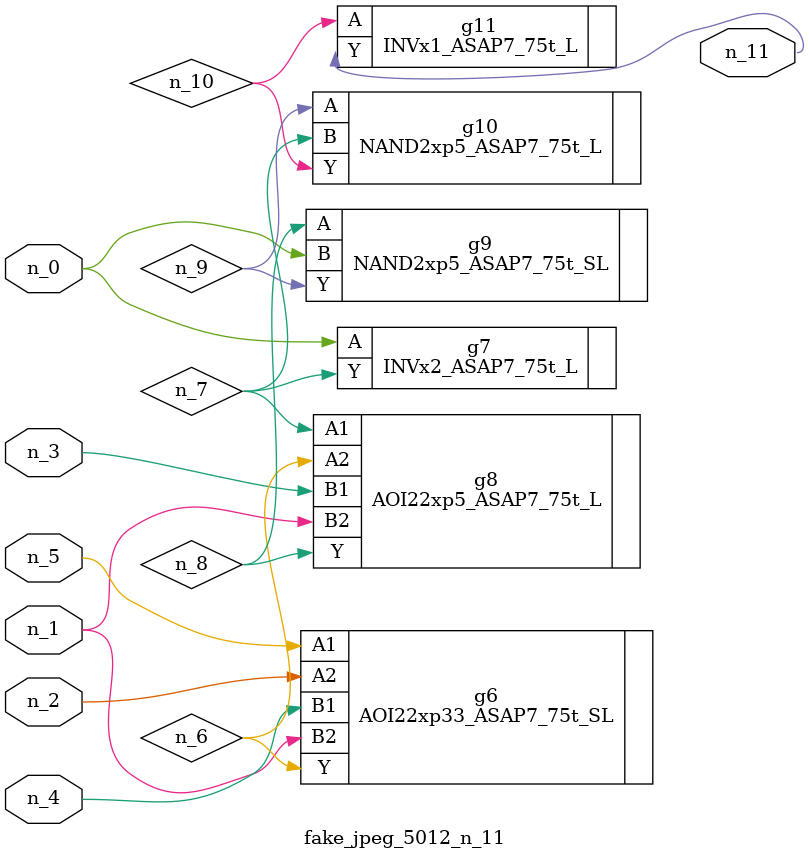
<source format=v>
module fake_jpeg_5012_n_11 (n_3, n_2, n_1, n_0, n_4, n_5, n_11);

input n_3;
input n_2;
input n_1;
input n_0;
input n_4;
input n_5;

output n_11;

wire n_10;
wire n_8;
wire n_9;
wire n_6;
wire n_7;

AOI22xp33_ASAP7_75t_SL g6 ( 
.A1(n_5),
.A2(n_2),
.B1(n_4),
.B2(n_1),
.Y(n_6)
);

INVx2_ASAP7_75t_L g7 ( 
.A(n_0),
.Y(n_7)
);

AOI22xp5_ASAP7_75t_L g8 ( 
.A1(n_7),
.A2(n_6),
.B1(n_3),
.B2(n_1),
.Y(n_8)
);

NAND2xp5_ASAP7_75t_SL g9 ( 
.A(n_8),
.B(n_0),
.Y(n_9)
);

NAND2xp5_ASAP7_75t_L g10 ( 
.A(n_9),
.B(n_7),
.Y(n_10)
);

INVx1_ASAP7_75t_L g11 ( 
.A(n_10),
.Y(n_11)
);


endmodule
</source>
